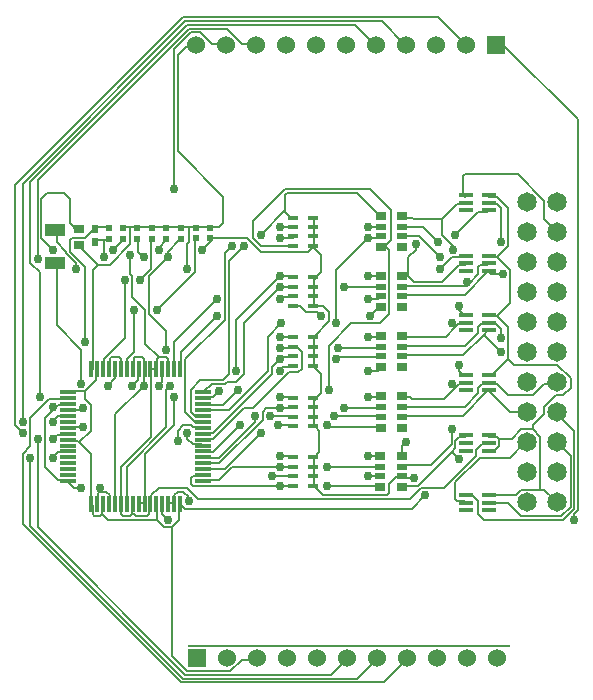
<source format=gbr>
G04 EAGLE Gerber RS-274X export*
G75*
%MOMM*%
%FSLAX34Y34*%
%LPD*%
%INTop Copper*%
%IPPOS*%
%AMOC8*
5,1,8,0,0,1.08239X$1,22.5*%
G01*
%ADD10R,27.336750X0.190500*%
%ADD11R,1.524000X1.524000*%
%ADD12C,1.524000*%
%ADD13R,0.950000X0.800000*%
%ADD14R,0.950000X0.550000*%
%ADD15R,1.200000X0.400000*%
%ADD16R,1.475000X0.300000*%
%ADD17R,0.300000X1.475000*%
%ADD18R,0.620000X0.600000*%
%ADD19R,0.940000X0.750000*%
%ADD20R,1.780000X0.990000*%
%ADD21R,0.600000X0.750000*%
%ADD22R,0.950000X0.400000*%
%ADD23C,1.650000*%
%ADD24C,0.152400*%
%ADD25C,0.756400*%


D10*
X725837Y51753D03*
D11*
X596964Y41275D03*
D12*
X622364Y41275D03*
X647764Y41275D03*
X673164Y41275D03*
X698564Y41275D03*
X723964Y41275D03*
X749364Y41275D03*
X774764Y41275D03*
X800164Y41275D03*
X825564Y41275D03*
X850964Y41275D03*
D11*
X850011Y560515D03*
D12*
X824611Y560515D03*
X799211Y560515D03*
X773811Y560515D03*
X748411Y560515D03*
X723011Y560515D03*
X697611Y560515D03*
X672211Y560515D03*
X646811Y560515D03*
X621411Y560515D03*
X596011Y560515D03*
D13*
X770556Y186140D03*
D14*
X770556Y195390D03*
X770556Y203390D03*
D13*
X770556Y212640D03*
X752556Y212640D03*
D14*
X752556Y203390D03*
X752556Y195390D03*
D13*
X752556Y186140D03*
D15*
X844081Y166538D03*
X844081Y173038D03*
X844081Y179538D03*
X825081Y179538D03*
X825081Y173038D03*
X825081Y166538D03*
X844144Y268011D03*
X844144Y274511D03*
X844144Y281011D03*
X825144Y281011D03*
X825144Y274511D03*
X825144Y268011D03*
D13*
X770746Y236559D03*
D14*
X770746Y245809D03*
X770746Y253809D03*
D13*
X770746Y263059D03*
X752746Y263059D03*
D14*
X752746Y253809D03*
X752746Y245809D03*
D13*
X752746Y236559D03*
D15*
X844208Y216957D03*
X844208Y223457D03*
X844208Y229957D03*
X825208Y229957D03*
X825208Y223457D03*
X825208Y216957D03*
X844208Y318874D03*
X844208Y325374D03*
X844208Y331874D03*
X825208Y331874D03*
X825208Y325374D03*
X825208Y318874D03*
D13*
X770937Y287931D03*
D14*
X770937Y297181D03*
X770937Y305181D03*
D13*
X770937Y314431D03*
X752937Y314431D03*
D14*
X752937Y305181D03*
X752937Y297181D03*
D13*
X752937Y287931D03*
D15*
X844144Y420411D03*
X844144Y426911D03*
X844144Y433411D03*
X825144Y433411D03*
X825144Y426911D03*
X825144Y420411D03*
D13*
X771254Y389213D03*
D14*
X771254Y398463D03*
X771254Y406463D03*
D13*
X771254Y415713D03*
X753254Y415713D03*
D14*
X753254Y406463D03*
X753254Y398463D03*
D13*
X753254Y389213D03*
D15*
X844271Y369230D03*
X844271Y375730D03*
X844271Y382230D03*
X825271Y382230D03*
X825271Y375730D03*
X825271Y369230D03*
D13*
X770937Y338604D03*
D14*
X770937Y347854D03*
X770937Y355854D03*
D13*
X770937Y365104D03*
X752937Y365104D03*
D14*
X752937Y355854D03*
X752937Y347854D03*
D13*
X752937Y338604D03*
D16*
X602718Y191354D03*
X602718Y196354D03*
X602718Y201354D03*
X602718Y206354D03*
X602718Y211354D03*
X602718Y216354D03*
X602718Y221354D03*
X602718Y226354D03*
X602718Y231354D03*
X602718Y236354D03*
X602718Y241354D03*
X602718Y246354D03*
X602718Y251354D03*
X602718Y256354D03*
X602718Y261354D03*
X602718Y266354D03*
D17*
X582838Y286234D03*
X577838Y286234D03*
X572838Y286234D03*
X567838Y286234D03*
X562838Y286234D03*
X557838Y286234D03*
X552838Y286234D03*
X547838Y286234D03*
X542838Y286234D03*
X537838Y286234D03*
X532838Y286234D03*
X527838Y286234D03*
X522838Y286234D03*
X517838Y286234D03*
X512838Y286234D03*
X507838Y286234D03*
D16*
X487958Y266354D03*
X487958Y261354D03*
X487958Y256354D03*
X487958Y251354D03*
X487958Y246354D03*
X487958Y241354D03*
X487958Y236354D03*
X487958Y231354D03*
X487958Y226354D03*
X487958Y221354D03*
X487958Y216354D03*
X487958Y211354D03*
X487958Y206354D03*
X487958Y201354D03*
X487958Y196354D03*
X487958Y191354D03*
D17*
X507838Y171474D03*
X512838Y171474D03*
X517838Y171474D03*
X522838Y171474D03*
X527838Y171474D03*
X532838Y171474D03*
X537838Y171474D03*
X542838Y171474D03*
X547838Y171474D03*
X552838Y171474D03*
X557838Y171474D03*
X562838Y171474D03*
X567838Y171474D03*
X572838Y171474D03*
X577838Y171474D03*
X582838Y171474D03*
D18*
X546672Y396466D03*
X546672Y405666D03*
D19*
X497459Y404764D03*
X497459Y390764D03*
D18*
X534670Y396403D03*
X534670Y405603D03*
D20*
X477393Y403636D03*
X477393Y375636D03*
D18*
X522669Y405666D03*
X522669Y396466D03*
D21*
X510858Y404915D03*
X510858Y393915D03*
D18*
X608521Y405857D03*
X608521Y396657D03*
X571246Y405793D03*
X571246Y396593D03*
X596138Y405857D03*
X596138Y396657D03*
X558991Y405730D03*
X558991Y396530D03*
X583692Y396593D03*
X583692Y405793D03*
D22*
X695697Y237809D03*
X695697Y245809D03*
X695697Y253809D03*
X695697Y261809D03*
X678697Y261809D03*
X678697Y253809D03*
X678697Y245809D03*
X678697Y237809D03*
X695570Y187390D03*
X695570Y195390D03*
X695570Y203390D03*
X695570Y211390D03*
X678570Y211390D03*
X678570Y203390D03*
X678570Y195390D03*
X678570Y187390D03*
X695634Y289054D03*
X695634Y297054D03*
X695634Y305054D03*
X695634Y313054D03*
X678634Y313054D03*
X678634Y305054D03*
X678634Y297054D03*
X678634Y289054D03*
X695507Y390400D03*
X695507Y398400D03*
X695507Y406400D03*
X695507Y414400D03*
X678507Y414400D03*
X678507Y406400D03*
X678507Y398400D03*
X678507Y390400D03*
X695697Y339790D03*
X695697Y347790D03*
X695697Y355790D03*
X695697Y363790D03*
X678697Y363790D03*
X678697Y355790D03*
X678697Y347790D03*
X678697Y339790D03*
D23*
X901891Y401828D03*
X901891Y427228D03*
X876491Y427228D03*
X876491Y401828D03*
X901891Y376428D03*
X876491Y376428D03*
X901891Y351028D03*
X876491Y351028D03*
X901891Y325628D03*
X876491Y325628D03*
X901891Y300228D03*
X876491Y300228D03*
X901891Y274828D03*
X876491Y274828D03*
X901891Y249428D03*
X876491Y249428D03*
X901891Y224028D03*
X876491Y224028D03*
X901891Y198628D03*
X876491Y198628D03*
X901891Y173228D03*
X876491Y173228D03*
D24*
X513600Y172800D02*
X513600Y180800D01*
X515200Y182400D01*
X520000Y182400D01*
X523200Y179200D01*
X523200Y172800D01*
X513600Y172800D02*
X512838Y171474D01*
X522838Y171474D02*
X523200Y172800D01*
X486400Y192000D02*
X480000Y192000D01*
X468800Y203200D01*
X468800Y244800D01*
X476800Y252800D02*
X480000Y256000D01*
X476800Y252800D02*
X468800Y244800D01*
X480000Y256000D02*
X486400Y256000D01*
X486400Y192000D02*
X487958Y191354D01*
X486400Y256000D02*
X487958Y256354D01*
X515200Y185600D02*
X515200Y182400D01*
X499200Y185600D02*
X492800Y185600D01*
X488000Y190400D01*
X487958Y191354D01*
X635200Y561600D02*
X646400Y561600D01*
X635200Y561600D02*
X622400Y574400D01*
X590400Y574400D01*
X462400Y446400D01*
X462400Y379200D01*
X475200Y254400D02*
X476800Y252800D01*
X646811Y560515D02*
X646400Y561600D01*
D25*
X515200Y185600D03*
X499200Y185600D03*
X462400Y379200D03*
X475200Y254400D03*
D24*
X548800Y172800D02*
X552000Y172800D01*
X548800Y172800D02*
X547838Y171474D01*
X552000Y172800D02*
X552838Y171474D01*
X528000Y172800D02*
X528000Y248000D01*
X552000Y272000D01*
X552000Y284800D01*
X528000Y172800D02*
X527838Y171474D01*
X552000Y284800D02*
X552838Y286234D01*
X544000Y286400D02*
X544000Y296000D01*
X550400Y296000D01*
X552000Y294400D01*
X552000Y286400D01*
X544000Y286400D02*
X542838Y286234D01*
X552000Y286400D02*
X552838Y286234D01*
X568000Y284800D02*
X568000Y275200D01*
X564800Y272000D01*
X568000Y284800D02*
X567838Y286234D01*
X553600Y214400D02*
X553600Y172800D01*
X553600Y214400D02*
X577600Y238400D01*
X577600Y262400D01*
X553600Y172800D02*
X552838Y171474D01*
X545600Y406400D02*
X540800Y406400D01*
X536000Y406400D01*
X534670Y405603D01*
X545600Y406400D02*
X546672Y405666D01*
X513600Y374400D02*
X497600Y390400D01*
X513600Y374400D02*
X523200Y374400D01*
X540800Y392000D01*
X540800Y406400D01*
X497600Y390400D02*
X497459Y390764D01*
X508800Y369600D02*
X508800Y286400D01*
X508800Y369600D02*
X513600Y374400D01*
X508800Y286400D02*
X507838Y286234D01*
X596800Y406400D02*
X608000Y406400D01*
X596800Y406400D02*
X596138Y405857D01*
X608000Y406400D02*
X608521Y405857D01*
X571200Y406400D02*
X560000Y406400D01*
X558991Y405730D01*
X571200Y406400D02*
X571246Y405793D01*
X572800Y406400D02*
X582400Y406400D01*
X583692Y405793D01*
X572800Y406400D02*
X571246Y405793D01*
X584000Y406400D02*
X590400Y406400D01*
X595200Y406400D01*
X596138Y405857D01*
X584000Y406400D02*
X583692Y405793D01*
X812800Y380800D02*
X824000Y380800D01*
X812800Y380800D02*
X803200Y371200D01*
X588800Y371200D02*
X588800Y392000D01*
X590400Y393600D01*
X590400Y406400D01*
X824000Y380800D02*
X825271Y382230D01*
X478400Y393600D02*
X478400Y403200D01*
X478400Y393600D02*
X486400Y385600D01*
X486400Y384000D01*
X494400Y376000D01*
X494400Y371200D01*
X478400Y403200D02*
X477393Y403636D01*
X588800Y560000D02*
X595200Y560000D01*
X588800Y560000D02*
X580800Y552000D01*
X580800Y470400D01*
X619200Y432000D01*
X619200Y409600D01*
X616000Y406400D01*
X609600Y406400D01*
X595200Y560000D02*
X596011Y560515D01*
X609600Y406400D02*
X608521Y405857D01*
X558400Y406400D02*
X547200Y406400D01*
X546672Y405666D01*
X558400Y406400D02*
X558991Y405730D01*
D25*
X564800Y272000D03*
X552000Y272000D03*
X577600Y262400D03*
X803200Y371200D03*
X588800Y371200D03*
X494400Y371200D03*
D24*
X558400Y286400D02*
X561600Y286400D01*
X558400Y286400D02*
X557838Y286234D01*
X561600Y286400D02*
X562838Y286234D01*
X572800Y286400D02*
X572800Y294400D01*
X571200Y296000D01*
X564800Y296000D01*
X563200Y294400D01*
X563200Y286400D01*
X572800Y286400D02*
X572838Y286234D01*
X563200Y286400D02*
X562838Y286234D01*
X532800Y171200D02*
X532800Y163200D01*
X534400Y161600D01*
X540800Y161600D01*
X542400Y163200D01*
X542400Y171200D01*
X532838Y171474D02*
X532800Y171200D01*
X542400Y171200D02*
X542838Y171474D01*
X838400Y222400D02*
X843200Y222400D01*
X838400Y222400D02*
X833600Y217600D01*
X833600Y212800D01*
X806400Y185600D01*
X787200Y185600D01*
X777600Y176000D01*
X598400Y176000D01*
X588800Y185600D01*
X564800Y185600D01*
X558400Y179200D01*
X558400Y172800D01*
X843200Y222400D02*
X844208Y223457D01*
X558400Y172800D02*
X557838Y171474D01*
X544000Y163200D02*
X542400Y163200D01*
X544000Y163200D02*
X545600Y161600D01*
X555200Y161600D01*
X556800Y163200D01*
X556800Y171200D01*
X557838Y171474D01*
X558400Y228800D02*
X558400Y284800D01*
X558400Y228800D02*
X532800Y203200D01*
X532800Y172800D01*
X558400Y284800D02*
X557838Y286234D01*
X532800Y172800D02*
X532838Y171474D01*
X609600Y561600D02*
X620800Y561600D01*
X609600Y561600D02*
X600000Y571200D01*
X592000Y571200D01*
X577600Y556800D01*
X577600Y438400D01*
X540800Y382400D02*
X540800Y366400D01*
X542400Y364800D01*
X542400Y347200D01*
X553600Y336000D01*
X553600Y307200D01*
X564800Y296000D01*
X621411Y560515D02*
X620800Y561600D01*
D25*
X577600Y438400D03*
X540800Y382400D03*
D24*
X502400Y267200D02*
X488000Y267200D01*
X502400Y267200D02*
X512000Y276800D01*
X512000Y284800D01*
X488000Y267200D02*
X487958Y266354D01*
X512000Y284800D02*
X512838Y286234D01*
X563200Y171200D02*
X563200Y158400D01*
X569600Y152000D01*
X576000Y152000D01*
X582400Y158400D01*
X582400Y171200D01*
X563200Y171200D02*
X562838Y171474D01*
X582400Y171200D02*
X582838Y171474D01*
X508800Y171200D02*
X508800Y163200D01*
X510400Y161600D01*
X515200Y161600D01*
X516800Y163200D01*
X516800Y171200D01*
X508800Y171200D02*
X507838Y171474D01*
X516800Y171200D02*
X517838Y171474D01*
X496000Y225600D02*
X488000Y225600D01*
X497600Y224000D02*
X507200Y214400D01*
X497600Y224000D02*
X496000Y225600D01*
X507200Y214400D02*
X507200Y172800D01*
X488000Y225600D02*
X487958Y226354D01*
X507200Y172800D02*
X507838Y171474D01*
X521600Y158400D02*
X563200Y158400D01*
X521600Y158400D02*
X516800Y163200D01*
X502400Y260800D02*
X502400Y267200D01*
X502400Y260800D02*
X507200Y256000D01*
X507200Y233600D01*
X497600Y224000D01*
X635200Y40000D02*
X646400Y40000D01*
X635200Y40000D02*
X625600Y30400D01*
X588800Y30400D01*
X576000Y43200D01*
X576000Y152000D01*
X647764Y41275D02*
X646400Y40000D01*
X844800Y217600D02*
X849600Y217600D01*
X852800Y220800D01*
X852800Y227200D01*
X851200Y228800D01*
X844800Y228800D01*
X844800Y217600D02*
X844208Y216957D01*
X844800Y228800D02*
X844208Y229957D01*
X844800Y179200D02*
X867200Y179200D01*
X872000Y184000D01*
X888000Y184000D02*
X891200Y184000D01*
X888000Y184000D02*
X872000Y184000D01*
X891200Y184000D02*
X900800Y174400D01*
X844800Y179200D02*
X844081Y179538D01*
X900800Y174400D02*
X901891Y173228D01*
X864000Y227200D02*
X852800Y227200D01*
X864000Y227200D02*
X872000Y235200D01*
X881600Y235200D01*
X888000Y228800D01*
X888000Y184000D01*
X846400Y280000D02*
X844800Y280000D01*
X846400Y280000D02*
X860800Y294400D01*
X860800Y321600D01*
X851200Y331200D01*
X844800Y331200D01*
X844144Y281011D02*
X844800Y280000D01*
X844800Y331200D02*
X844208Y331874D01*
X844800Y380800D02*
X851200Y380800D01*
X862400Y369600D01*
X862400Y342400D01*
X851200Y331200D01*
X844800Y380800D02*
X844271Y382230D01*
X844800Y432000D02*
X851200Y432000D01*
X860800Y422400D01*
X860800Y390400D01*
X851200Y380800D01*
X844800Y432000D02*
X844144Y433411D01*
X881600Y238400D02*
X881600Y235200D01*
X881600Y238400D02*
X891200Y248000D01*
X891200Y254400D01*
X900800Y264000D01*
X907200Y264000D01*
X913600Y270400D01*
X913600Y278400D01*
X902400Y289600D01*
X865600Y289600D01*
X860800Y294400D01*
X696000Y296000D02*
X696000Y289600D01*
X695634Y289054D01*
X696000Y296000D02*
X695634Y297054D01*
X696000Y305600D02*
X696000Y312000D01*
X696000Y305600D02*
X695634Y305054D01*
X696000Y312000D02*
X695634Y313054D01*
X696000Y304000D02*
X696000Y297600D01*
X695634Y297054D01*
X696000Y304000D02*
X695634Y305054D01*
X696000Y244800D02*
X696000Y238400D01*
X695697Y237809D01*
X696000Y244800D02*
X695697Y245809D01*
X696000Y259200D02*
X696000Y260800D01*
X696000Y259200D02*
X696000Y254400D01*
X695697Y253809D01*
X696000Y260800D02*
X695697Y261809D01*
X696000Y252800D02*
X696000Y246400D01*
X695697Y245809D01*
X696000Y252800D02*
X695697Y253809D01*
X696000Y195200D02*
X696000Y188800D01*
X695570Y187390D01*
X696000Y195200D02*
X695570Y195390D01*
X696000Y196800D02*
X696000Y203200D01*
X695570Y203390D01*
X696000Y196800D02*
X695570Y195390D01*
X696000Y204800D02*
X696000Y211200D01*
X696000Y204800D02*
X695570Y203390D01*
X766400Y195200D02*
X769600Y195200D01*
X766400Y195200D02*
X760000Y188800D01*
X760000Y180800D01*
X758400Y179200D01*
X704000Y179200D01*
X696000Y187200D01*
X769600Y195200D02*
X770556Y195390D01*
X696000Y187200D02*
X695570Y187390D01*
X696000Y236800D02*
X697600Y236800D01*
X700800Y233600D01*
X700800Y216000D01*
X696000Y211200D01*
X696000Y236800D02*
X695697Y237809D01*
X695570Y211390D02*
X696000Y211200D01*
X702400Y281600D02*
X696000Y288000D01*
X702400Y281600D02*
X702400Y265600D01*
X696000Y259200D01*
X696000Y288000D02*
X695634Y289054D01*
X571200Y395200D02*
X564800Y388800D01*
X564800Y387200D01*
X601600Y387200D02*
X609600Y395200D01*
X571246Y396593D02*
X571200Y395200D01*
X608521Y396657D02*
X609600Y395200D01*
X696000Y396800D02*
X696000Y390400D01*
X695507Y390400D01*
X696000Y396800D02*
X695507Y398400D01*
X696000Y406400D02*
X696000Y412800D01*
X696000Y406400D02*
X695507Y406400D01*
X696000Y412800D02*
X695507Y414400D01*
X696000Y404800D02*
X696000Y398400D01*
X695507Y398400D01*
X696000Y404800D02*
X695507Y406400D01*
X696000Y347200D02*
X696000Y340800D01*
X695697Y339790D01*
X696000Y347200D02*
X695697Y347790D01*
X696000Y348800D02*
X696000Y355200D01*
X695697Y355790D01*
X696000Y348800D02*
X695697Y347790D01*
X696000Y356800D02*
X696000Y361600D01*
X696000Y363200D01*
X695697Y363790D01*
X696000Y356800D02*
X695697Y355790D01*
X702400Y382400D02*
X696000Y388800D01*
X702400Y382400D02*
X702400Y368000D01*
X696000Y361600D01*
X696000Y388800D02*
X695507Y390400D01*
X640000Y396800D02*
X609600Y396800D01*
X640000Y396800D02*
X651200Y385600D01*
X691200Y385600D01*
X694400Y388800D01*
X609600Y396800D02*
X608521Y396657D01*
X694400Y388800D02*
X695507Y390400D01*
X708800Y326400D02*
X696000Y313600D01*
X708800Y326400D02*
X708800Y334400D01*
X704000Y339200D01*
X696000Y339200D01*
X696000Y313600D02*
X695634Y313054D01*
X696000Y339200D02*
X695697Y339790D01*
X772800Y193600D02*
X780800Y193600D01*
X772800Y193600D02*
X771200Y195200D01*
X770556Y195390D01*
X587200Y168000D02*
X584000Y171200D01*
X587200Y168000D02*
X779200Y168000D01*
X790400Y179200D01*
X584000Y171200D02*
X582838Y171474D01*
D25*
X564800Y387200D03*
X601600Y387200D03*
X780800Y193600D03*
X790400Y179200D03*
D24*
X568000Y171200D02*
X568000Y163200D01*
X572800Y158400D01*
X916800Y158400D02*
X916800Y163200D01*
X920000Y166400D01*
X920000Y497600D01*
X857600Y560000D01*
X851200Y560000D01*
X567838Y171474D02*
X568000Y171200D01*
X850011Y560515D02*
X851200Y560000D01*
D25*
X572800Y158400D03*
X916800Y158400D03*
D24*
X486400Y216000D02*
X480000Y216000D01*
X475200Y211200D01*
X456000Y211200D02*
X456000Y153600D01*
X585600Y24000D01*
X732800Y24000D01*
X748800Y40000D01*
X487958Y216354D02*
X486400Y216000D01*
X749364Y41275D02*
X748800Y40000D01*
D25*
X475200Y211200D03*
X456000Y211200D03*
D24*
X478400Y230400D02*
X486400Y230400D01*
X478400Y230400D02*
X475200Y227200D01*
X462400Y227200D02*
X462400Y152000D01*
X587200Y27200D01*
X710400Y27200D01*
X723200Y40000D01*
X487958Y231354D02*
X486400Y230400D01*
X723964Y41275D02*
X723200Y40000D01*
D25*
X475200Y227200D03*
X462400Y227200D03*
D24*
X488000Y236800D02*
X500800Y236800D01*
X449600Y232000D02*
X443200Y238400D01*
X443200Y441600D01*
X585600Y584000D01*
X801600Y584000D01*
X824000Y561600D01*
X488000Y236800D02*
X487958Y236354D01*
X824611Y560515D02*
X824000Y561600D01*
D25*
X500800Y236800D03*
X449600Y232000D03*
D24*
X480000Y246400D02*
X486400Y246400D01*
X480000Y246400D02*
X475200Y241600D01*
X449600Y241600D02*
X449600Y443200D01*
X587200Y580800D01*
X753600Y580800D01*
X772800Y561600D01*
X487958Y246354D02*
X486400Y246400D01*
X773811Y560515D02*
X772800Y561600D01*
D25*
X475200Y241600D03*
X449600Y241600D03*
D24*
X488000Y251200D02*
X499200Y251200D01*
X500800Y252800D01*
X464000Y262400D02*
X464000Y368000D01*
X456000Y376000D01*
X456000Y444800D01*
X588800Y577600D01*
X731200Y577600D01*
X747200Y561600D01*
X487958Y251354D02*
X488000Y251200D01*
X748411Y560515D02*
X747200Y561600D01*
D25*
X500800Y252800D03*
X464000Y262400D03*
D24*
X472000Y260800D02*
X486400Y260800D01*
X472000Y260800D02*
X456000Y244800D01*
X456000Y220800D01*
X449600Y214400D01*
X449600Y155200D01*
X584000Y20800D01*
X755200Y20800D01*
X774400Y40000D01*
X487958Y261354D02*
X486400Y260800D01*
X774764Y41275D02*
X774400Y40000D01*
X667200Y203200D02*
X627200Y203200D01*
X667200Y203200D02*
X678400Y203200D01*
X627200Y203200D02*
X616000Y192000D01*
X603200Y192000D01*
X678400Y203200D02*
X678570Y203390D01*
X603200Y192000D02*
X602718Y191354D01*
X707200Y203200D02*
X752000Y203200D01*
X752556Y203390D01*
D25*
X707200Y203200D03*
X667200Y203200D03*
D24*
X667200Y187200D02*
X593600Y187200D01*
X667200Y187200D02*
X678400Y187200D01*
X593600Y187200D02*
X592000Y188800D01*
X592000Y193600D01*
X593600Y195200D01*
X601600Y195200D01*
X678400Y187200D02*
X678570Y187390D01*
X602718Y196354D02*
X601600Y195200D01*
X707200Y187200D02*
X752000Y187200D01*
X752556Y186140D01*
D25*
X707200Y187200D03*
X667200Y187200D03*
D24*
X521600Y406400D02*
X512000Y406400D01*
X521600Y406400D02*
X522669Y405666D01*
X512000Y406400D02*
X510858Y404915D01*
X667200Y212800D02*
X678400Y212800D01*
X742400Y212800D02*
X752000Y212800D01*
X678570Y211390D02*
X678400Y212800D01*
X752000Y212800D02*
X752556Y212640D01*
X510400Y404800D02*
X502400Y396800D01*
X491200Y396800D01*
X489600Y395200D01*
X489600Y385600D01*
X502400Y372800D01*
X502400Y308800D01*
X510400Y404800D02*
X510858Y404915D01*
D25*
X667200Y212800D03*
X742400Y212800D03*
X502400Y308800D03*
D24*
X660800Y195200D02*
X678400Y195200D01*
X742400Y195200D02*
X752000Y195200D01*
X678570Y195390D02*
X678400Y195200D01*
X752000Y195200D02*
X752556Y195390D01*
D25*
X660800Y195200D03*
X742400Y195200D03*
D24*
X771200Y187200D02*
X784000Y187200D01*
X812800Y216000D02*
X816000Y219200D01*
X812800Y216000D02*
X784000Y187200D01*
X816000Y219200D02*
X816000Y225600D01*
X819200Y228800D01*
X824000Y228800D01*
X771200Y187200D02*
X770556Y186140D01*
X824000Y228800D02*
X825208Y229957D01*
X812800Y216000D02*
X819200Y209600D01*
D25*
X819200Y209600D03*
D24*
X771200Y212800D02*
X771200Y220800D01*
X774400Y224000D01*
X771200Y212800D02*
X770556Y212640D01*
X817600Y174400D02*
X824000Y174400D01*
X817600Y174400D02*
X816000Y176000D01*
X816000Y190400D01*
X836800Y211200D01*
X862400Y211200D01*
X875200Y224000D01*
X824000Y174400D02*
X825081Y173038D01*
X875200Y224000D02*
X876491Y224028D01*
D25*
X774400Y224000D03*
D24*
X771200Y204800D02*
X795200Y204800D01*
X812800Y222400D01*
X812800Y235200D01*
X771200Y204800D02*
X770556Y203390D01*
X844800Y172800D02*
X860800Y172800D01*
X872000Y161600D01*
X905600Y161600D01*
X913600Y169600D01*
X913600Y212800D01*
X902400Y224000D01*
X844800Y172800D02*
X844081Y173038D01*
X901891Y224028D02*
X902400Y224000D01*
D25*
X812800Y235200D03*
D24*
X825600Y179200D02*
X830400Y179200D01*
X835200Y174400D01*
X835200Y163200D01*
X840000Y158400D01*
X907200Y158400D01*
X916800Y168000D01*
X916800Y233600D01*
X902400Y248000D01*
X825600Y179200D02*
X825081Y179538D01*
X902400Y248000D02*
X901891Y249428D01*
X822400Y246400D02*
X771200Y246400D01*
X822400Y246400D02*
X843200Y267200D01*
X771200Y246400D02*
X770746Y245809D01*
X843200Y267200D02*
X844144Y268011D01*
X862400Y249600D02*
X875200Y249600D01*
X862400Y249600D02*
X844800Y267200D01*
X875200Y249600D02*
X876491Y249428D01*
X844800Y267200D02*
X844144Y268011D01*
X777600Y262400D02*
X771200Y262400D01*
X777600Y262400D02*
X779200Y260800D01*
X806400Y260800D01*
X816000Y270400D02*
X819200Y273600D01*
X816000Y270400D02*
X806400Y260800D01*
X819200Y273600D02*
X824000Y273600D01*
X771200Y262400D02*
X770746Y263059D01*
X824000Y273600D02*
X825144Y274511D01*
X816000Y270400D02*
X812800Y273600D01*
D25*
X812800Y273600D03*
D24*
X824000Y254400D02*
X771200Y254400D01*
X824000Y254400D02*
X835200Y265600D01*
X835200Y270400D01*
X838400Y273600D01*
X843200Y273600D01*
X771200Y254400D02*
X770746Y253809D01*
X843200Y273600D02*
X844144Y274511D01*
X891200Y273600D02*
X900800Y273600D01*
X891200Y273600D02*
X881600Y264000D01*
X860800Y264000D01*
X851200Y273600D01*
X844800Y273600D01*
X900800Y273600D02*
X901891Y274828D01*
X844800Y273600D02*
X844144Y274511D01*
X824000Y280000D02*
X819200Y284800D01*
X819200Y289600D01*
X825144Y281011D02*
X824000Y280000D01*
D25*
X819200Y289600D03*
D24*
X678400Y262400D02*
X667200Y262400D01*
X742400Y262400D02*
X752000Y262400D01*
X678697Y261809D02*
X678400Y262400D01*
X752000Y262400D02*
X752746Y263059D01*
X620800Y201600D02*
X603200Y201600D01*
X620800Y201600D02*
X651200Y232000D01*
X603200Y201600D02*
X602718Y201354D01*
D25*
X667200Y262400D03*
X742400Y262400D03*
X651200Y232000D03*
D24*
X656000Y252800D02*
X667200Y252800D01*
X678400Y252800D01*
X656000Y252800D02*
X652800Y249600D01*
X652800Y243200D01*
X616000Y206400D01*
X603200Y206400D01*
X678400Y252800D02*
X678697Y253809D01*
X603200Y206400D02*
X602718Y206354D01*
X721600Y252800D02*
X752000Y252800D01*
X752746Y253809D01*
D25*
X721600Y252800D03*
X667200Y252800D03*
D24*
X659200Y246400D02*
X678400Y246400D01*
X646400Y246400D02*
X646400Y241600D01*
X616000Y211200D01*
X603200Y211200D01*
X678400Y246400D02*
X678697Y245809D01*
X603200Y211200D02*
X602718Y211354D01*
X713600Y246400D02*
X752000Y246400D01*
X752746Y245809D01*
D25*
X659200Y246400D03*
X646400Y246400D03*
X713600Y246400D03*
D24*
X678400Y238400D02*
X665600Y238400D01*
X633600Y238400D02*
X611200Y216000D01*
X603200Y216000D01*
X678400Y238400D02*
X678697Y237809D01*
X603200Y216000D02*
X602718Y216354D01*
X708800Y236800D02*
X752000Y236800D01*
X708800Y236800D02*
X707200Y238400D01*
X752000Y236800D02*
X752746Y236559D01*
D25*
X665600Y238400D03*
X633600Y238400D03*
X707200Y238400D03*
D24*
X771200Y297600D02*
X822400Y297600D01*
X840000Y315200D02*
X843200Y318400D01*
X840000Y315200D02*
X822400Y297600D01*
X771200Y297600D02*
X770937Y297181D01*
X843200Y318400D02*
X844208Y318874D01*
X840000Y315200D02*
X854400Y300800D01*
D25*
X854400Y300800D03*
D24*
X824000Y305600D02*
X771200Y305600D01*
X824000Y305600D02*
X835200Y316800D01*
X835200Y321600D01*
X838400Y324800D01*
X843200Y324800D01*
X771200Y305600D02*
X770937Y305181D01*
X843200Y324800D02*
X844208Y325374D01*
X854400Y320000D02*
X854400Y312000D01*
X854400Y320000D02*
X849600Y324800D01*
X844800Y324800D01*
X844208Y325374D01*
D25*
X854400Y312000D03*
D24*
X824000Y331200D02*
X819200Y336000D01*
X819200Y339200D01*
X824000Y331200D02*
X825208Y331874D01*
D25*
X819200Y339200D03*
D24*
X808000Y313600D02*
X771200Y313600D01*
X816000Y321600D02*
X819200Y324800D01*
X816000Y321600D02*
X808000Y313600D01*
X819200Y324800D02*
X824000Y324800D01*
X771200Y313600D02*
X770937Y314431D01*
X824000Y324800D02*
X825208Y325374D01*
X816000Y321600D02*
X812800Y324800D01*
D25*
X812800Y324800D03*
D24*
X678400Y313600D02*
X667200Y313600D01*
X742400Y313600D02*
X752000Y313600D01*
X678634Y313054D02*
X678400Y313600D01*
X752000Y313600D02*
X752937Y314431D01*
X601600Y222400D02*
X593600Y222400D01*
X588800Y227200D01*
X588800Y232000D01*
X601600Y222400D02*
X602718Y221354D01*
D25*
X667200Y313600D03*
X742400Y313600D03*
X588800Y232000D03*
D24*
X680000Y304000D02*
X683200Y304000D01*
X686400Y300800D01*
X686400Y286400D01*
X683200Y283200D01*
X675200Y283200D01*
X644800Y252800D01*
X636800Y252800D01*
X611200Y227200D01*
X603200Y227200D01*
X678634Y305054D02*
X680000Y304000D01*
X603200Y227200D02*
X602718Y226354D01*
X716800Y304000D02*
X752000Y304000D01*
X678400Y304000D02*
X667200Y304000D01*
X752000Y304000D02*
X752937Y305181D01*
X678634Y305054D02*
X678400Y304000D01*
D25*
X716800Y304000D03*
X667200Y304000D03*
D24*
X668800Y296000D02*
X678400Y296000D01*
X667200Y294400D02*
X660800Y288000D01*
X667200Y294400D02*
X668800Y296000D01*
X660800Y288000D02*
X660800Y281600D01*
X611200Y232000D01*
X603200Y232000D01*
X678400Y296000D02*
X678634Y297054D01*
X603200Y232000D02*
X602718Y231354D01*
X716800Y296000D02*
X752000Y296000D01*
X716800Y296000D02*
X715200Y294400D01*
X752000Y296000D02*
X752937Y297181D01*
D25*
X715200Y294400D03*
X667200Y294400D03*
D24*
X670400Y288000D02*
X678400Y288000D01*
X670400Y288000D02*
X667200Y284800D01*
X742400Y284800D02*
X750400Y284800D01*
X752000Y286400D01*
X678634Y289054D02*
X678400Y288000D01*
X752000Y286400D02*
X752937Y287931D01*
X601600Y236800D02*
X593600Y236800D01*
X592000Y238400D01*
X585600Y238400D01*
X580800Y233600D01*
X580800Y225600D01*
X601600Y236800D02*
X602718Y236354D01*
D25*
X667200Y284800D03*
X742400Y284800D03*
X580800Y225600D03*
D24*
X772800Y398400D02*
X785600Y398400D01*
X803200Y380800D01*
X772800Y398400D02*
X771254Y398463D01*
X835200Y419200D02*
X843200Y419200D01*
X835200Y419200D02*
X816000Y400000D01*
X843200Y419200D02*
X844144Y420411D01*
D25*
X803200Y380800D03*
X816000Y400000D03*
D24*
X788800Y406400D02*
X772800Y406400D01*
X788800Y406400D02*
X801600Y393600D01*
X772800Y406400D02*
X771254Y406463D01*
X844800Y425600D02*
X851200Y425600D01*
X854400Y422400D01*
X854400Y393600D01*
X844800Y425600D02*
X844144Y426911D01*
D25*
X801600Y393600D03*
X854400Y393600D03*
D24*
X824000Y432000D02*
X822400Y433600D01*
X822400Y449600D01*
X824000Y451200D01*
X868800Y451200D01*
X891200Y428800D01*
X891200Y412800D01*
X900800Y403200D01*
X825144Y433411D02*
X824000Y432000D01*
X900800Y403200D02*
X901891Y401828D01*
X779200Y414400D02*
X772800Y414400D01*
X779200Y414400D02*
X780800Y412800D01*
X804800Y412800D01*
X817600Y425600D01*
X824000Y425600D01*
X772800Y414400D02*
X771254Y415713D01*
X824000Y425600D02*
X825144Y426911D01*
X804800Y412800D02*
X804800Y400000D01*
X814400Y390400D01*
X814400Y387200D01*
D25*
X814400Y387200D03*
D24*
X678400Y414400D02*
X676800Y414400D01*
X672000Y419200D01*
X672000Y420800D02*
X672000Y433600D01*
X672000Y420800D02*
X672000Y419200D01*
X672000Y433600D02*
X673600Y435200D01*
X732800Y435200D01*
X752000Y416000D01*
X678507Y414400D02*
X678400Y414400D01*
X752000Y416000D02*
X753254Y415713D01*
X601600Y241600D02*
X595200Y241600D01*
X587200Y249600D01*
X587200Y294400D01*
X620800Y328000D01*
X620800Y384000D01*
X627200Y390400D01*
X651200Y400000D02*
X672000Y420800D01*
X602718Y241354D02*
X601600Y241600D01*
D25*
X627200Y390400D03*
X651200Y400000D03*
D24*
X667200Y406400D02*
X678400Y406400D01*
X742400Y406400D02*
X752000Y406400D01*
X678507Y406400D02*
X678400Y406400D01*
X752000Y406400D02*
X753254Y406463D01*
X601600Y246400D02*
X595200Y246400D01*
X592000Y249600D01*
X592000Y268800D01*
X600000Y276800D01*
X619200Y276800D01*
X624000Y281600D01*
X624000Y377600D01*
X636800Y390400D01*
X602718Y246354D02*
X601600Y246400D01*
D25*
X667200Y406400D03*
X742400Y406400D03*
X636800Y390400D03*
D24*
X667200Y396800D02*
X678400Y396800D01*
X742400Y396800D02*
X750400Y396800D01*
X752000Y398400D01*
X678507Y398400D02*
X678400Y396800D01*
X752000Y398400D02*
X753254Y398463D01*
X624000Y251200D02*
X603200Y251200D01*
X624000Y251200D02*
X657600Y284800D01*
X657600Y313600D01*
X668800Y324800D01*
X715200Y324800D02*
X715200Y369600D01*
X742400Y396800D01*
X603200Y251200D02*
X602718Y251354D01*
D25*
X667200Y396800D03*
X742400Y396800D03*
X668800Y324800D03*
X715200Y324800D03*
D24*
X753600Y390400D02*
X756800Y390400D01*
X761600Y395200D01*
X761600Y420800D01*
X744000Y438400D01*
X672000Y438400D01*
X644800Y411200D01*
X644800Y396800D01*
X651200Y390400D01*
X678400Y390400D01*
X753254Y389213D02*
X753600Y390400D01*
X678507Y390400D02*
X678400Y390400D01*
X619200Y256000D02*
X603200Y256000D01*
X619200Y256000D02*
X632000Y268800D01*
X708800Y268800D02*
X708800Y305600D01*
X728000Y324800D01*
X752000Y324800D01*
X760000Y332800D01*
X760000Y387200D01*
X756800Y390400D01*
X603200Y256000D02*
X602718Y256354D01*
X753254Y389213D02*
X756800Y390400D01*
D25*
X632000Y268800D03*
X708800Y268800D03*
D24*
X771200Y356800D02*
X825600Y356800D01*
X827200Y358400D02*
X835200Y366400D01*
X827200Y358400D02*
X825600Y356800D01*
X835200Y366400D02*
X835200Y372800D01*
X836800Y374400D01*
X843200Y374400D01*
X771200Y356800D02*
X770937Y355854D01*
X843200Y374400D02*
X844271Y375730D01*
X827200Y358400D02*
X825600Y360000D01*
D25*
X825600Y360000D03*
D24*
X824000Y348800D02*
X771200Y348800D01*
X824000Y348800D02*
X843200Y368000D01*
X771200Y348800D02*
X770937Y347854D01*
X843200Y368000D02*
X844271Y369230D01*
X846400Y366400D02*
X856000Y366400D01*
X846400Y366400D02*
X844800Y368000D01*
X844271Y369230D01*
D25*
X856000Y366400D03*
D24*
X776000Y364800D02*
X771200Y364800D01*
X776000Y364800D02*
X780800Y360000D01*
X804800Y360000D01*
X819200Y374400D01*
X824000Y374400D01*
X771200Y364800D02*
X770937Y365104D01*
X824000Y374400D02*
X825271Y375730D01*
X776000Y380800D02*
X776000Y364800D01*
X776000Y380800D02*
X782400Y387200D01*
X782400Y392000D01*
D25*
X782400Y392000D03*
D24*
X678400Y364800D02*
X667200Y364800D01*
X742400Y364800D02*
X752000Y364800D01*
X678697Y363790D02*
X678400Y364800D01*
X752000Y364800D02*
X752937Y365104D01*
X611200Y262400D02*
X603200Y262400D01*
X611200Y262400D02*
X616000Y267200D01*
X630400Y284800D02*
X630400Y328000D01*
X667200Y364800D01*
X603200Y262400D02*
X602718Y261354D01*
D25*
X667200Y364800D03*
X742400Y364800D03*
X616000Y267200D03*
X630400Y284800D03*
D24*
X667200Y355200D02*
X678400Y355200D01*
X667200Y355200D02*
X636800Y324800D01*
X636800Y281600D01*
X630400Y275200D01*
X622400Y275200D01*
X620800Y273600D01*
X609600Y273600D01*
X603200Y267200D01*
X678400Y355200D02*
X678697Y355790D01*
X603200Y267200D02*
X602718Y266354D01*
X721600Y355200D02*
X752000Y355200D01*
X752937Y355854D01*
D25*
X721600Y355200D03*
X667200Y355200D03*
D24*
X680000Y339200D02*
X684800Y339200D01*
X689600Y334400D01*
X699200Y334400D01*
X702400Y331200D01*
X744000Y331200D02*
X752000Y339200D01*
X680000Y339200D02*
X678697Y339790D01*
X752000Y339200D02*
X752937Y338604D01*
X584000Y300800D02*
X584000Y286400D01*
X584000Y300800D02*
X614400Y331200D01*
X584000Y286400D02*
X582838Y286234D01*
D25*
X702400Y331200D03*
X744000Y331200D03*
X614400Y331200D03*
D24*
X668800Y347200D02*
X678400Y347200D01*
X668800Y347200D02*
X667200Y345600D01*
X742400Y345600D02*
X750400Y345600D01*
X752000Y347200D01*
X678697Y347790D02*
X678400Y347200D01*
X752000Y347200D02*
X752937Y347854D01*
X577600Y308800D02*
X577600Y286400D01*
X577600Y308800D02*
X614400Y345600D01*
X577600Y286400D02*
X577838Y286234D01*
D25*
X667200Y345600D03*
X742400Y345600D03*
X614400Y345600D03*
D24*
X518400Y395200D02*
X512000Y395200D01*
X518400Y395200D02*
X521600Y395200D01*
X522669Y396466D01*
X512000Y395200D02*
X510858Y393915D01*
X518400Y395200D02*
X518400Y380800D01*
X590400Y177600D02*
X590400Y174400D01*
X590400Y177600D02*
X585600Y182400D01*
X580800Y182400D01*
X577600Y179200D01*
X577600Y172800D01*
X572800Y172800D01*
X572838Y171474D01*
X577600Y172800D02*
X577838Y171474D01*
D25*
X518400Y380800D03*
X590400Y174400D03*
D24*
X595200Y368000D02*
X595200Y395200D01*
X595200Y368000D02*
X563200Y336000D01*
X544000Y336000D02*
X544000Y300800D01*
X537600Y294400D01*
X537600Y286400D01*
X595200Y395200D02*
X596138Y396657D01*
X537600Y286400D02*
X537838Y286234D01*
D25*
X563200Y336000D03*
X544000Y336000D03*
D24*
X523200Y294400D02*
X523200Y286400D01*
X523200Y294400D02*
X524800Y296000D01*
X531200Y296000D01*
X532800Y294400D01*
X532800Y286400D01*
X523200Y286400D02*
X522838Y286234D01*
X532800Y286400D02*
X532838Y286234D01*
X547200Y385600D02*
X547200Y395200D01*
X547200Y385600D02*
X552000Y380800D01*
X572800Y380800D02*
X572800Y385600D01*
X582400Y395200D01*
X547200Y395200D02*
X546672Y396466D01*
X582400Y395200D02*
X583692Y396593D01*
X537600Y203200D02*
X537600Y172800D01*
X537600Y203200D02*
X571200Y236800D01*
X571200Y268800D01*
X574400Y272000D01*
X571200Y302400D02*
X571200Y318400D01*
X556800Y332800D01*
X556800Y364800D01*
X572800Y380800D01*
X537600Y172800D02*
X537838Y171474D01*
D25*
X552000Y380800D03*
X572800Y380800D03*
X574400Y272000D03*
X571200Y302400D03*
D24*
X526400Y387200D02*
X534400Y395200D01*
X475200Y387200D02*
X465600Y396800D01*
X465600Y430400D01*
X470400Y435200D01*
X484800Y435200D01*
X489600Y430400D01*
X489600Y409600D01*
X496000Y403200D01*
X534400Y395200D02*
X534670Y396403D01*
X497459Y404764D02*
X496000Y403200D01*
X547200Y284800D02*
X547200Y276800D01*
X542400Y272000D01*
X547200Y284800D02*
X547838Y286234D01*
D25*
X526400Y387200D03*
X475200Y387200D03*
X542400Y272000D03*
D24*
X528000Y278400D02*
X528000Y284800D01*
X528000Y278400D02*
X521600Y272000D01*
X499200Y273600D02*
X499200Y302400D01*
X478400Y323200D01*
X478400Y374400D01*
X527838Y286234D02*
X528000Y284800D01*
X478400Y374400D02*
X477393Y375636D01*
D25*
X521600Y272000D03*
X499200Y273600D03*
D24*
X558400Y371200D02*
X558400Y395200D01*
X558400Y371200D02*
X548800Y361600D01*
X536000Y361600D02*
X536000Y312000D01*
X518400Y294400D01*
X518400Y286400D01*
X558400Y395200D02*
X558991Y396530D01*
X518400Y286400D02*
X517838Y286234D01*
D25*
X548800Y361600D03*
X536000Y361600D03*
M02*

</source>
